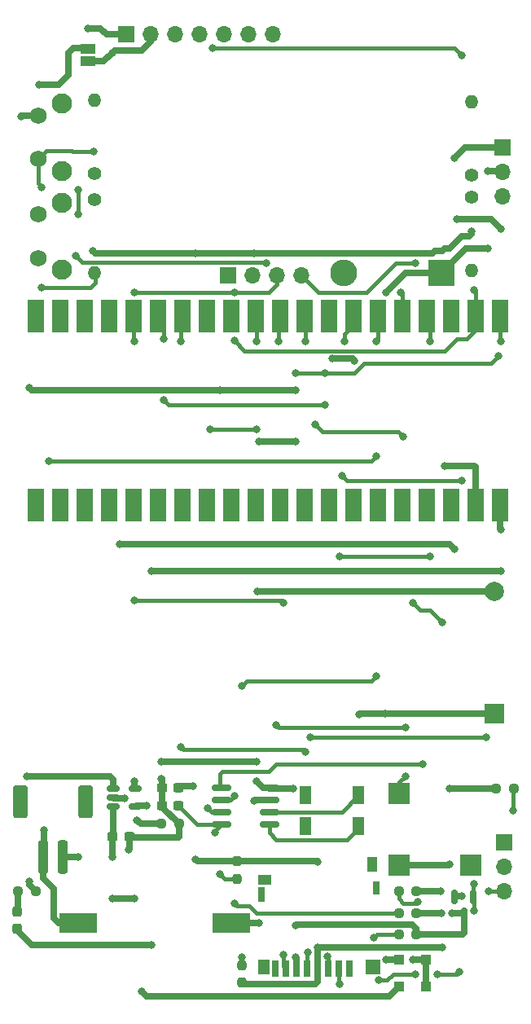
<source format=gbr>
%TF.GenerationSoftware,KiCad,Pcbnew,6.0.10-86aedd382b~118~ubuntu22.04.1*%
%TF.CreationDate,2023-01-20T17:58:32-05:00*%
%TF.ProjectId,picoco2,7069636f-636f-4322-9e6b-696361645f70,rev?*%
%TF.SameCoordinates,Original*%
%TF.FileFunction,Copper,L1,Top*%
%TF.FilePolarity,Positive*%
%FSLAX46Y46*%
G04 Gerber Fmt 4.6, Leading zero omitted, Abs format (unit mm)*
G04 Created by KiCad (PCBNEW 6.0.10-86aedd382b~118~ubuntu22.04.1) date 2023-01-20 17:58:32*
%MOMM*%
%LPD*%
G01*
G04 APERTURE LIST*
G04 Aperture macros list*
%AMRoundRect*
0 Rectangle with rounded corners*
0 $1 Rounding radius*
0 $2 $3 $4 $5 $6 $7 $8 $9 X,Y pos of 4 corners*
0 Add a 4 corners polygon primitive as box body*
4,1,4,$2,$3,$4,$5,$6,$7,$8,$9,$2,$3,0*
0 Add four circle primitives for the rounded corners*
1,1,$1+$1,$2,$3*
1,1,$1+$1,$4,$5*
1,1,$1+$1,$6,$7*
1,1,$1+$1,$8,$9*
0 Add four rect primitives between the rounded corners*
20,1,$1+$1,$2,$3,$4,$5,0*
20,1,$1+$1,$4,$5,$6,$7,0*
20,1,$1+$1,$6,$7,$8,$9,0*
20,1,$1+$1,$8,$9,$2,$3,0*%
G04 Aperture macros list end*
%TA.AperFunction,SMDPad,CuDef*%
%ADD10R,0.700000X1.750000*%
%TD*%
%TA.AperFunction,SMDPad,CuDef*%
%ADD11R,1.300000X1.500000*%
%TD*%
%TA.AperFunction,SMDPad,CuDef*%
%ADD12R,0.800000X1.500000*%
%TD*%
%TA.AperFunction,SMDPad,CuDef*%
%ADD13R,0.800000X1.400000*%
%TD*%
%TA.AperFunction,SMDPad,CuDef*%
%ADD14R,1.500000X1.500000*%
%TD*%
%TA.AperFunction,SMDPad,CuDef*%
%ADD15R,1.000000X1.550000*%
%TD*%
%TA.AperFunction,SMDPad,CuDef*%
%ADD16R,1.450000X1.000000*%
%TD*%
%TA.AperFunction,SMDPad,CuDef*%
%ADD17RoundRect,0.150000X0.825000X0.150000X-0.825000X0.150000X-0.825000X-0.150000X0.825000X-0.150000X0*%
%TD*%
%TA.AperFunction,SMDPad,CuDef*%
%ADD18RoundRect,0.237500X0.300000X0.237500X-0.300000X0.237500X-0.300000X-0.237500X0.300000X-0.237500X0*%
%TD*%
%TA.AperFunction,ComponentPad*%
%ADD19C,1.400000*%
%TD*%
%TA.AperFunction,ComponentPad*%
%ADD20O,1.400000X1.400000*%
%TD*%
%TA.AperFunction,ComponentPad*%
%ADD21R,1.700000X1.700000*%
%TD*%
%TA.AperFunction,ComponentPad*%
%ADD22O,1.700000X1.700000*%
%TD*%
%TA.AperFunction,ComponentPad*%
%ADD23R,2.000000X2.000000*%
%TD*%
%TA.AperFunction,ComponentPad*%
%ADD24C,2.000000*%
%TD*%
%TA.AperFunction,ComponentPad*%
%ADD25C,2.100000*%
%TD*%
%TA.AperFunction,ComponentPad*%
%ADD26C,1.750000*%
%TD*%
%TA.AperFunction,SMDPad,CuDef*%
%ADD27RoundRect,0.237500X-0.250000X-0.237500X0.250000X-0.237500X0.250000X0.237500X-0.250000X0.237500X0*%
%TD*%
%TA.AperFunction,SMDPad,CuDef*%
%ADD28RoundRect,0.150000X-0.150000X0.587500X-0.150000X-0.587500X0.150000X-0.587500X0.150000X0.587500X0*%
%TD*%
%TA.AperFunction,SMDPad,CuDef*%
%ADD29RoundRect,0.237500X0.237500X-0.250000X0.237500X0.250000X-0.237500X0.250000X-0.237500X-0.250000X0*%
%TD*%
%TA.AperFunction,SMDPad,CuDef*%
%ADD30RoundRect,0.150000X-0.512500X-0.150000X0.512500X-0.150000X0.512500X0.150000X-0.512500X0.150000X0*%
%TD*%
%TA.AperFunction,SMDPad,CuDef*%
%ADD31R,1.100000X1.100000*%
%TD*%
%TA.AperFunction,SMDPad,CuDef*%
%ADD32RoundRect,0.250000X0.250000X1.500000X-0.250000X1.500000X-0.250000X-1.500000X0.250000X-1.500000X0*%
%TD*%
%TA.AperFunction,SMDPad,CuDef*%
%ADD33RoundRect,0.250001X0.499999X1.449999X-0.499999X1.449999X-0.499999X-1.449999X0.499999X-1.449999X0*%
%TD*%
%TA.AperFunction,SMDPad,CuDef*%
%ADD34R,4.000000X2.000000*%
%TD*%
%TA.AperFunction,SMDPad,CuDef*%
%ADD35R,1.700000X3.500000*%
%TD*%
%TA.AperFunction,SMDPad,CuDef*%
%ADD36RoundRect,0.237500X0.250000X0.237500X-0.250000X0.237500X-0.250000X-0.237500X0.250000X-0.237500X0*%
%TD*%
%TA.AperFunction,SMDPad,CuDef*%
%ADD37RoundRect,0.237500X-0.300000X-0.237500X0.300000X-0.237500X0.300000X0.237500X-0.300000X0.237500X0*%
%TD*%
%TA.AperFunction,SMDPad,CuDef*%
%ADD38R,1.500000X1.000000*%
%TD*%
%TA.AperFunction,SMDPad,CuDef*%
%ADD39RoundRect,0.237500X-0.237500X0.287500X-0.237500X-0.287500X0.237500X-0.287500X0.237500X0.287500X0*%
%TD*%
%TA.AperFunction,SMDPad,CuDef*%
%ADD40R,2.195000X2.195000*%
%TD*%
%TA.AperFunction,SMDPad,CuDef*%
%ADD41R,1.300000X1.900000*%
%TD*%
%TA.AperFunction,ComponentPad*%
%ADD42R,2.800000X2.800000*%
%TD*%
%TA.AperFunction,ComponentPad*%
%ADD43O,2.800000X2.800000*%
%TD*%
%TA.AperFunction,ViaPad*%
%ADD44C,0.800000*%
%TD*%
%TA.AperFunction,Conductor*%
%ADD45C,0.400000*%
%TD*%
%TA.AperFunction,Conductor*%
%ADD46C,0.700000*%
%TD*%
G04 APERTURE END LIST*
D10*
%TO.P,J2,1,DAT2*%
%TO.N,unconnected-(J2-Pad1)*%
X35813600Y-98988000D03*
%TO.P,J2,2,DAT3/CD*%
%TO.N,SD_CS*%
X34713600Y-98988000D03*
%TO.P,J2,3,CMD*%
%TO.N,MOSI*%
X33613600Y-98988000D03*
%TO.P,J2,4,VDD*%
%TO.N,+3V3*%
X32513600Y-98988000D03*
%TO.P,J2,5,CLK*%
%TO.N,SCK*%
X31413600Y-98988000D03*
%TO.P,J2,6,VSS*%
%TO.N,GND*%
X30313600Y-98988000D03*
%TO.P,J2,7,DAT0*%
%TO.N,MISO*%
X29213600Y-98988000D03*
%TO.P,J2,8,DAT1*%
%TO.N,unconnected-(J2-Pad8)*%
X28113600Y-98988000D03*
D11*
%TO.P,J2,9,SHIELD*%
%TO.N,unconnected-(J2-Pad9)*%
X26913600Y-98863000D03*
D12*
%TO.P,J2,10*%
%TO.N,N/C*%
X26663600Y-91263000D03*
D13*
%TO.P,J2,11*%
X38613600Y-90613000D03*
D14*
%TO.P,J2,12*%
X38263600Y-98863000D03*
D15*
%TO.P,J2,A*%
X38213600Y-88188000D03*
D16*
%TO.P,J2,B*%
X26988600Y-89763000D03*
%TD*%
D17*
%TO.P,U4,1,OSCI*%
%TO.N,Net-(U4-Pad1)*%
X27468600Y-83997800D03*
%TO.P,U4,2,OSCO*%
%TO.N,Net-(U4-Pad2)*%
X27468600Y-82727800D03*
%TO.P,U4,3,VBAT*%
%TO.N,Net-(BT1-Pad1)*%
X27468600Y-81457800D03*
%TO.P,U4,4,VSS*%
%TO.N,GND*%
X27468600Y-80187800D03*
%TO.P,U4,5,SDA*%
%TO.N,SDA*%
X22518600Y-80187800D03*
%TO.P,U4,6,SCL*%
%TO.N,SCL*%
X22518600Y-81457800D03*
%TO.P,U4,7,~{INT1}/CLKOUT*%
%TO.N,RTC_INT*%
X22518600Y-82727800D03*
%TO.P,U4,8,VDD*%
%TO.N,Net-(C1-Pad1)*%
X22518600Y-83997800D03*
%TD*%
D18*
%TO.P,C2,1*%
%TO.N,+3V3*%
X18032900Y-80213200D03*
%TO.P,C2,2*%
%TO.N,GND*%
X16307900Y-80213200D03*
%TD*%
D19*
%TO.P,R13,1*%
%TO.N,+3V3*%
X48500000Y-18836800D03*
D20*
%TO.P,R13,2*%
%TO.N,SCL*%
X48500000Y-26456800D03*
%TD*%
D21*
%TO.P,J3,1,Pin_1*%
%TO.N,unconnected-(J3-Pad1)*%
X51917200Y-85852000D03*
D22*
%TO.P,J3,2,Pin_2*%
%TO.N,Net-(J3-Pad2)*%
X51917200Y-88392000D03*
%TO.P,J3,3,Pin_3*%
%TO.N,WRITE_EN*%
X51917200Y-90932000D03*
%TD*%
D18*
%TO.P,C1,1*%
%TO.N,Net-(C1-Pad1)*%
X18032900Y-82092800D03*
%TO.P,C1,2*%
%TO.N,GND*%
X16307900Y-82092800D03*
%TD*%
D23*
%TO.P,BT2,1,+*%
%TO.N,VBAT_AAA*%
X50901600Y-72491600D03*
D24*
%TO.P,BT2,2,-*%
%TO.N,GND*%
X50901600Y-59791600D03*
%TD*%
D25*
%TO.P,SW2,*%
%TO.N,*%
X5916500Y-19375000D03*
X5916500Y-26385000D03*
D26*
%TO.P,SW2,1,1*%
%TO.N,BUT_B*%
X3426500Y-25135000D03*
%TO.P,SW2,2,2*%
%TO.N,GND*%
X3426500Y-20635000D03*
%TD*%
D27*
%TO.P,R3,1*%
%TO.N,SCD30_EN*%
X40946700Y-95453200D03*
%TO.P,R3,2*%
%TO.N,GND*%
X42771700Y-95453200D03*
%TD*%
D21*
%TO.P,U3,1,GND*%
%TO.N,GND*%
X23190000Y-26924000D03*
D22*
%TO.P,U3,2,3V3*%
%TO.N,+3V3*%
X25730000Y-26924000D03*
%TO.P,U3,3,SCL*%
%TO.N,SCL*%
X28270000Y-26924000D03*
%TO.P,U3,4,SDA*%
%TO.N,SDA*%
X30810000Y-26924000D03*
%TD*%
D19*
%TO.P,R11,1*%
%TO.N,+3V3*%
X9271000Y-19050000D03*
D20*
%TO.P,R11,2*%
%TO.N,BUT_B*%
X9271000Y-26670000D03*
%TD*%
D27*
%TO.P,R8,1*%
%TO.N,Net-(R8-Pad1)*%
X16257900Y-83972400D03*
%TO.P,R8,2*%
%TO.N,GND*%
X18082900Y-83972400D03*
%TD*%
D28*
%TO.P,Q1,1,G*%
%TO.N,SCD30_EN*%
X48651200Y-91518500D03*
%TO.P,Q1,2,D*%
%TO.N,SCD30_GND*%
X46751200Y-91518500D03*
%TO.P,Q1,3,S*%
%TO.N,GND*%
X47701200Y-93393500D03*
%TD*%
D29*
%TO.P,R9,1*%
%TO.N,+3V3*%
X24638000Y-100480500D03*
%TO.P,R9,2*%
%TO.N,BUT_B*%
X24638000Y-98655500D03*
%TD*%
%TO.P,R6,1*%
%TO.N,Net-(C1-Pad1)*%
X24079200Y-89660100D03*
%TO.P,R6,2*%
%TO.N,+3V3*%
X24079200Y-87835100D03*
%TD*%
D30*
%TO.P,U5,1,STAT*%
%TO.N,Net-(R7-Pad2)*%
X11257700Y-80279200D03*
%TO.P,U5,2,VSS*%
%TO.N,GND*%
X11257700Y-81229200D03*
%TO.P,U5,3,VBAT*%
%TO.N,VBAT_LIPO*%
X11257700Y-82179200D03*
%TO.P,U5,4,VDD*%
%TO.N,VBUS*%
X13532700Y-82179200D03*
%TO.P,U5,5,PROG*%
%TO.N,Net-(R8-Pad1)*%
X13532700Y-80279200D03*
%TD*%
D31*
%TO.P,D1,1,K*%
%TO.N,Net-(D1-Pad1)*%
X43767200Y-98044000D03*
%TO.P,D1,2,A*%
%TO.N,VBAT_AAA*%
X40967200Y-98044000D03*
%TD*%
D27*
%TO.P,R7,1*%
%TO.N,Net-(D4-Pad1)*%
X1373500Y-90932000D03*
%TO.P,R7,2*%
%TO.N,Net-(R7-Pad2)*%
X3198500Y-90932000D03*
%TD*%
D19*
%TO.P,R10,1*%
%TO.N,+3V3*%
X9296400Y-16408400D03*
D20*
%TO.P,R10,2*%
%TO.N,BUT_A*%
X9296400Y-8788400D03*
%TD*%
D32*
%TO.P,BT3,1,+*%
%TO.N,VBAT_LIPO*%
X5978400Y-87381200D03*
%TO.P,BT3,2,-*%
%TO.N,GND*%
X3978400Y-87381200D03*
D33*
%TO.P,BT3,MP*%
%TO.N,N/C*%
X1628400Y-81631200D03*
X8328400Y-81631200D03*
%TD*%
D34*
%TO.P,BT1,1,+*%
%TO.N,Net-(BT1-Pad1)*%
X23489800Y-94234800D03*
%TO.P,BT1,2,-*%
%TO.N,GND*%
X7599800Y-94234800D03*
%TD*%
D35*
%TO.P,U1,1,GPIO0*%
%TO.N,SDA*%
X51460400Y-31205600D03*
%TO.P,U1,2,GPIO1*%
%TO.N,SCL*%
X48920400Y-31205600D03*
%TO.P,U1,3,GND*%
%TO.N,unconnected-(U1-Pad3)*%
X46380400Y-31205600D03*
%TO.P,U1,4,GPIO2*%
%TO.N,SD_CS*%
X43840400Y-31205600D03*
%TO.P,U1,5,GPIO3*%
%TO.N,BUT_A*%
X41300400Y-31205600D03*
%TO.P,U1,6,GPIO4*%
%TO.N,BUT_B*%
X38760400Y-31205600D03*
%TO.P,U1,7,GPIO5*%
%TO.N,SCD30_EN*%
X36220400Y-31205600D03*
%TO.P,U1,8,GND*%
%TO.N,unconnected-(U1-Pad8)*%
X33680400Y-31205600D03*
%TO.P,U1,9,GPIO6*%
%TO.N,WRITE_EN*%
X31140400Y-31205600D03*
%TO.P,U1,10,GPIO7*%
%TO.N,BUZZER*%
X28600400Y-31205600D03*
%TO.P,U1,11,GPIO8*%
%TO.N,RTC_INT*%
X26060400Y-31205600D03*
%TO.P,U1,12,GPIO9*%
%TO.N,unconnected-(U1-Pad12)*%
X23520400Y-31205600D03*
%TO.P,U1,13,GND*%
%TO.N,unconnected-(U1-Pad13)*%
X20980400Y-31205600D03*
%TO.P,U1,14,GPIO10*%
%TO.N,SCK*%
X18440400Y-31205600D03*
%TO.P,U1,15,GPIO11*%
%TO.N,MOSI*%
X15900400Y-31205600D03*
%TO.P,U1,16,GPIO12*%
%TO.N,MISO*%
X13360400Y-31205600D03*
%TO.P,U1,17,GPIO13*%
%TO.N,unconnected-(U1-Pad17)*%
X10820400Y-31205600D03*
%TO.P,U1,18,GND*%
%TO.N,unconnected-(U1-Pad18)*%
X8280400Y-31205600D03*
%TO.P,U1,19,GPIO14*%
%TO.N,unconnected-(U1-Pad19)*%
X5740400Y-31205600D03*
%TO.P,U1,20,GPIO15*%
%TO.N,unconnected-(U1-Pad20)*%
X3200400Y-31205600D03*
%TO.P,U1,21,GPIO16*%
%TO.N,unconnected-(U1-Pad21)*%
X3200400Y-50785600D03*
%TO.P,U1,22,GPIO17*%
%TO.N,unconnected-(U1-Pad22)*%
X5740400Y-50785600D03*
%TO.P,U1,23,GND*%
%TO.N,unconnected-(U1-Pad23)*%
X8280400Y-50785600D03*
%TO.P,U1,24,GPIO18*%
%TO.N,unconnected-(U1-Pad24)*%
X10820400Y-50785600D03*
%TO.P,U1,25,GPIO19*%
%TO.N,unconnected-(U1-Pad25)*%
X13360400Y-50785600D03*
%TO.P,U1,26,GPIO20*%
%TO.N,unconnected-(U1-Pad26)*%
X15900400Y-50785600D03*
%TO.P,U1,27,GPIO21*%
%TO.N,unconnected-(U1-Pad27)*%
X18440400Y-50785600D03*
%TO.P,U1,28,GND*%
%TO.N,unconnected-(U1-Pad28)*%
X20980400Y-50785600D03*
%TO.P,U1,29,GPIO22*%
%TO.N,unconnected-(U1-Pad29)*%
X23520400Y-50785600D03*
%TO.P,U1,30,RUN*%
%TO.N,unconnected-(U1-Pad30)*%
X26060400Y-50785600D03*
%TO.P,U1,31,GPIO26_ADC0*%
%TO.N,unconnected-(U1-Pad31)*%
X28600400Y-50785600D03*
%TO.P,U1,32,GPIO27_ADC1*%
%TO.N,unconnected-(U1-Pad32)*%
X31140400Y-50785600D03*
%TO.P,U1,33,AGND*%
%TO.N,unconnected-(U1-Pad33)*%
X33680400Y-50785600D03*
%TO.P,U1,34,GPIO28_ADC2*%
%TO.N,unconnected-(U1-Pad34)*%
X36220400Y-50785600D03*
%TO.P,U1,35,ADC_VREF*%
%TO.N,unconnected-(U1-Pad35)*%
X38760400Y-50785600D03*
%TO.P,U1,36,3V3*%
%TO.N,unconnected-(U1-Pad36)*%
X41300400Y-50785600D03*
%TO.P,U1,37,3V3_EN*%
%TO.N,unconnected-(U1-Pad37)*%
X43840400Y-50785600D03*
%TO.P,U1,38,GND*%
%TO.N,unconnected-(U1-Pad38)*%
X46380400Y-50785600D03*
%TO.P,U1,39,VSYS*%
%TO.N,VSYS*%
X48920400Y-50785600D03*
%TO.P,U1,40,VBUS*%
%TO.N,VBUS*%
X51460400Y-50785600D03*
%TD*%
D36*
%TO.P,R4,1*%
%TO.N,Net-(J3-Pad2)*%
X52880900Y-80264000D03*
%TO.P,R4,2*%
%TO.N,GND*%
X51055900Y-80264000D03*
%TD*%
D21*
%TO.P,J1,1,Pin_1*%
%TO.N,VSYS*%
X51700600Y-13664200D03*
D22*
%TO.P,J1,2,Pin_2*%
%TO.N,Net-(D1-Pad1)*%
X51700600Y-16204200D03*
%TO.P,J1,3,Pin_3*%
%TO.N,unconnected-(J1-Pad3)*%
X51700600Y-18744200D03*
%TD*%
D36*
%TO.P,R1,1*%
%TO.N,+3V3*%
X42771700Y-90982800D03*
%TO.P,R1,2*%
%TO.N,SDA*%
X40946700Y-90982800D03*
%TD*%
D37*
%TO.P,C3,1*%
%TO.N,VBAT_LIPO*%
X11177100Y-85293200D03*
%TO.P,C3,2*%
%TO.N,GND*%
X12902100Y-85293200D03*
%TD*%
D38*
%TO.P,JP1,1,A*%
%TO.N,GND*%
X8636000Y-3414000D03*
%TO.P,JP1,2,B*%
%TO.N,SCD30_GND*%
X8636000Y-4714000D03*
%TD*%
D36*
%TO.P,R2,1*%
%TO.N,+3V3*%
X42771700Y-93218000D03*
%TO.P,R2,2*%
%TO.N,SCL*%
X40946700Y-93218000D03*
%TD*%
D39*
%TO.P,D4,1,K*%
%TO.N,Net-(D4-Pad1)*%
X1270000Y-93105000D03*
%TO.P,D4,2,A*%
%TO.N,VBUS*%
X1270000Y-94855000D03*
%TD*%
D40*
%TO.P,BZ1,1,-*%
%TO.N,BUZZER*%
X41004000Y-80831200D03*
%TO.P,BZ1,2,+*%
%TO.N,GND*%
X41004000Y-88231200D03*
%TO.P,BZ1,3*%
%TO.N,N/C*%
X48404000Y-88231200D03*
%TD*%
D41*
%TO.P,Y1,1,1*%
%TO.N,Net-(U4-Pad2)*%
X36735200Y-81000800D03*
%TO.P,Y1,2,2*%
%TO.N,unconnected-(Y1-Pad2)*%
X31235200Y-81000800D03*
%TO.P,Y1,3,3*%
%TO.N,unconnected-(Y1-Pad3)*%
X31235200Y-84200800D03*
%TO.P,Y1,4,4*%
%TO.N,Net-(U4-Pad1)*%
X36735200Y-84200800D03*
%TD*%
D25*
%TO.P,SW1,*%
%TO.N,*%
X5944400Y-9124400D03*
X5944400Y-16134400D03*
D26*
%TO.P,SW1,1,1*%
%TO.N,BUT_A*%
X3454400Y-14884400D03*
%TO.P,SW1,2,2*%
%TO.N,GND*%
X3454400Y-10384400D03*
%TD*%
D19*
%TO.P,R12,1*%
%TO.N,+3V3*%
X48500000Y-16500000D03*
D20*
%TO.P,R12,2*%
%TO.N,SDA*%
X48500000Y-8880000D03*
%TD*%
D21*
%TO.P,U2,1,3v3*%
%TO.N,+3V3*%
X12623800Y-1930400D03*
D22*
%TO.P,U2,2,GND*%
%TO.N,SCD30_GND*%
X15163800Y-1930400D03*
%TO.P,U2,3,SCL*%
%TO.N,SCL*%
X17703800Y-1930400D03*
%TO.P,U2,4,SDA*%
%TO.N,SDA*%
X20243800Y-1930400D03*
%TO.P,U2,5,RDY*%
%TO.N,unconnected-(U2-Pad5)*%
X22783800Y-1930400D03*
%TO.P,U2,6,PWM*%
%TO.N,unconnected-(U2-Pad6)*%
X25323800Y-1930400D03*
%TO.P,U2,7,SEL*%
%TO.N,unconnected-(U2-Pad7)*%
X27863800Y-1930400D03*
%TD*%
D31*
%TO.P,D5,1,K*%
%TO.N,Net-(D1-Pad1)*%
X43767200Y-100838000D03*
%TO.P,D5,2,A*%
%TO.N,VBAT_LIPO*%
X40967200Y-100838000D03*
%TD*%
D42*
%TO.P,D2,1,K*%
%TO.N,Net-(D1-Pad1)*%
X45330000Y-26720800D03*
D43*
%TO.P,D2,2,A*%
%TO.N,VBAT_AAA*%
X35170000Y-26720800D03*
%TD*%
D44*
%TO.N,BUZZER*%
X41656000Y-78994000D03*
X28448000Y-33782000D03*
X41656000Y-73914000D03*
X28156500Y-73660000D03*
%TO.N,SD_CS*%
X44196000Y-33782000D03*
X44196000Y-56134000D03*
X34798000Y-56134000D03*
X34798000Y-100584000D03*
%TO.N,MOSI*%
X33274000Y-40386000D03*
X16510000Y-39878000D03*
X16510000Y-33528000D03*
X33528000Y-97723500D03*
%TO.N,+3V3*%
X45327225Y-93264258D03*
X25908000Y-24638000D03*
X32512000Y-96774000D03*
X45278500Y-90932000D03*
X19812000Y-87630000D03*
X9144000Y-24384000D03*
X45466000Y-96774000D03*
X19812000Y-24638000D03*
X19558000Y-80010000D03*
X8636000Y-1270000D03*
X32512000Y-87884000D03*
X48500000Y-22366000D03*
%TO.N,GND*%
X1651000Y-10414000D03*
X30226000Y-44196000D03*
X2540000Y-38608000D03*
X30226000Y-94488000D03*
X46482000Y-93218000D03*
X26162000Y-79502000D03*
X16256000Y-77470000D03*
X22352000Y-38862000D03*
X29972000Y-80264000D03*
X3556000Y-7112000D03*
X26263600Y-59791600D03*
X46228000Y-80264000D03*
X26416000Y-44196000D03*
X30226000Y-97790000D03*
X30226000Y-38862000D03*
X26162000Y-77470000D03*
X12827000Y-86614000D03*
X16256000Y-79248000D03*
X4064000Y-84582000D03*
X46228000Y-88138000D03*
X12446000Y-81280000D03*
%TO.N,SCK*%
X18288000Y-75946000D03*
X31242000Y-76454000D03*
X18288000Y-33782000D03*
X31496000Y-97282000D03*
%TO.N,MISO*%
X13462000Y-60706000D03*
X28956000Y-60960000D03*
X13462000Y-33782000D03*
X28956000Y-97536000D03*
%TO.N,Net-(J3-Pad2)*%
X52832000Y-82550000D03*
%TO.N,WRITE_EN*%
X50292000Y-90932000D03*
X31750000Y-74930000D03*
X31242000Y-33782000D03*
X50038000Y-74930000D03*
%TO.N,SCD30_EN*%
X48768000Y-92964000D03*
X47244000Y-99314000D03*
X35052000Y-47752000D03*
X42672000Y-99568000D03*
X38354000Y-95758000D03*
X44958000Y-99568000D03*
X35306000Y-33782000D03*
X48768000Y-90170000D03*
X38862000Y-100212502D03*
X47498000Y-48260000D03*
%TO.N,SCD30_GND*%
X11176000Y-3810000D03*
X47498000Y-91440000D03*
X46736000Y-55372000D03*
X11938000Y-54864000D03*
%TO.N,BUT_A*%
X7366000Y-24892000D03*
X41148000Y-28702000D03*
X9245600Y-14122400D03*
X7620000Y-18034000D03*
X3810000Y-17780000D03*
X7620000Y-20574000D03*
X27178000Y-25654000D03*
%TO.N,BUT_B*%
X4572000Y-46228000D03*
X24638000Y-97790000D03*
X3810000Y-28194000D03*
X24638000Y-69596000D03*
X38608000Y-33782000D03*
X38608000Y-68580000D03*
X38608000Y-45720000D03*
%TO.N,Net-(BT1-Pad1)*%
X26415200Y-94234800D03*
X25908000Y-81534000D03*
%TO.N,VSYS*%
X46990000Y-21082000D03*
X45720000Y-46736000D03*
X51562000Y-22098000D03*
X46736000Y-14732000D03*
%TO.N,SDA*%
X47498000Y-4064000D03*
X43434000Y-77724000D03*
X33274000Y-37084000D03*
X51562000Y-33782000D03*
X21590000Y-3302000D03*
X45466000Y-62992000D03*
X41402000Y-43688000D03*
X51308000Y-35306000D03*
X42672000Y-25654000D03*
X42418000Y-60960000D03*
X42926000Y-92057300D03*
X30226000Y-37084000D03*
X32258000Y-42418000D03*
%TO.N,SCL*%
X23876000Y-28702000D03*
X23838500Y-92202000D03*
X48768000Y-28448000D03*
X23838500Y-81026000D03*
X23838500Y-33744500D03*
X13462000Y-28702000D03*
%TO.N,RTC_INT*%
X26162000Y-33782000D03*
X21082000Y-82296000D03*
X21336000Y-42926000D03*
X26162000Y-42926000D03*
%TO.N,VBAT_AAA*%
X39624000Y-98044000D03*
X36830000Y-72593200D03*
X36322000Y-35814000D03*
X34036000Y-35597500D03*
X39522400Y-72491600D03*
%TO.N,VBAT_LIPO*%
X14224000Y-101346000D03*
X11176000Y-87376000D03*
X11176000Y-91694000D03*
X13462000Y-91694000D03*
X7620000Y-87376000D03*
%TO.N,Net-(C1-Pad1)*%
X21844000Y-84836000D03*
X22314500Y-89154000D03*
%TO.N,VBUS*%
X15240000Y-96520000D03*
X15240000Y-57658000D03*
X51562000Y-53340000D03*
X51562000Y-57658000D03*
X14732000Y-82042000D03*
%TO.N,Net-(R7-Pad2)*%
X2286000Y-78994000D03*
X2540000Y-89916000D03*
%TO.N,Net-(R8-Pad1)*%
X13462000Y-79502000D03*
X13716000Y-83566000D03*
%TO.N,Net-(D1-Pad1)*%
X50165000Y-16129000D03*
X39624000Y-28702000D03*
X50165000Y-24130000D03*
X42418000Y-98044000D03*
%TD*%
D45*
%TO.N,BUZZER*%
X28410500Y-73914000D02*
X28156500Y-73660000D01*
X41004000Y-80831200D02*
X41004000Y-79646000D01*
X41004000Y-79646000D02*
X41656000Y-78994000D01*
X28448000Y-33782000D02*
X28448000Y-32258000D01*
X41656000Y-73914000D02*
X28410500Y-73914000D01*
X28448000Y-32258000D02*
X28600400Y-32105600D01*
%TO.N,SD_CS*%
X44196000Y-32461200D02*
X43840400Y-32105600D01*
X34713600Y-100499600D02*
X34798000Y-100584000D01*
X34798000Y-56134000D02*
X44196000Y-56134000D01*
X34713600Y-98988000D02*
X34713600Y-100499600D01*
X44196000Y-33782000D02*
X44196000Y-32461200D01*
%TO.N,MOSI*%
X33274000Y-40386000D02*
X17018000Y-40386000D01*
X17018000Y-40386000D02*
X16510000Y-39878000D01*
X16510000Y-32715200D02*
X15900400Y-32105600D01*
X33613600Y-98988000D02*
X33613600Y-97809100D01*
X16510000Y-33528000D02*
X16510000Y-32715200D01*
X33613600Y-97809100D02*
X33528000Y-97723500D01*
D46*
%TO.N,+3V3*%
X9398000Y-24638000D02*
X9144000Y-24384000D01*
X42771700Y-93218000D02*
X45280967Y-93218000D01*
X32258000Y-100584000D02*
X24741500Y-100584000D01*
X20017100Y-87835100D02*
X19812000Y-87630000D01*
X44704000Y-24384000D02*
X45466000Y-24384000D01*
X45280967Y-93218000D02*
X45327225Y-93264258D01*
X19558000Y-80010000D02*
X18236100Y-80010000D01*
X24741500Y-100584000D02*
X24638000Y-100480500D01*
X47498000Y-22860000D02*
X48260000Y-22860000D01*
X18236100Y-80010000D02*
X18032900Y-80213200D01*
X48500000Y-22620000D02*
X48500000Y-22366000D01*
X44450000Y-24638000D02*
X44704000Y-24384000D01*
X48260000Y-22860000D02*
X48500000Y-22620000D01*
X45466000Y-96774000D02*
X32512000Y-96774000D01*
X32512000Y-97536000D02*
X32512000Y-96774000D01*
X32513600Y-97537600D02*
X32512000Y-97536000D01*
X24079200Y-87835100D02*
X20017100Y-87835100D01*
X24079200Y-87835100D02*
X32463100Y-87835100D01*
X45278500Y-90932000D02*
X42822500Y-90932000D01*
X32513600Y-98988000D02*
X32513600Y-97537600D01*
X32513600Y-98988000D02*
X32513600Y-100328400D01*
X12623800Y-1930400D02*
X10566400Y-1930400D01*
X32513600Y-100328400D02*
X32258000Y-100584000D01*
X42822500Y-90932000D02*
X42771700Y-90982800D01*
X45720000Y-24130000D02*
X46228000Y-24130000D01*
X32463100Y-87835100D02*
X32512000Y-87884000D01*
X45466000Y-24384000D02*
X45720000Y-24130000D01*
X9906000Y-1270000D02*
X8636000Y-1270000D01*
X46228000Y-24130000D02*
X47498000Y-22860000D01*
X19812000Y-24638000D02*
X9398000Y-24638000D01*
X9448800Y-16256000D02*
X9296400Y-16408400D01*
X19812000Y-24638000D02*
X44450000Y-24638000D01*
X10566400Y-1930400D02*
X9906000Y-1270000D01*
%TO.N,GND*%
X50901600Y-59791600D02*
X26263600Y-59791600D01*
X4064000Y-87295600D02*
X3978400Y-87381200D01*
X11308500Y-81280000D02*
X11257700Y-81229200D01*
X6604000Y-6096000D02*
X6604000Y-3810000D01*
X26847800Y-80187800D02*
X26162000Y-79502000D01*
X46228000Y-80264000D02*
X51055900Y-80264000D01*
X3978400Y-89576400D02*
X5080000Y-90678000D01*
X47525700Y-93218000D02*
X47701200Y-93393500D01*
X18034000Y-85344000D02*
X12952900Y-85344000D01*
X22352000Y-38862000D02*
X2794000Y-38862000D01*
X12902100Y-86538900D02*
X12827000Y-86614000D01*
X42358200Y-94428200D02*
X30285800Y-94428200D01*
X5080000Y-93726000D02*
X5588800Y-94234800D01*
X6604000Y-3810000D02*
X7112000Y-3302000D01*
X26416000Y-44196000D02*
X30226000Y-44196000D01*
X27468600Y-80187800D02*
X26847800Y-80187800D01*
X18082900Y-85295100D02*
X18034000Y-85344000D01*
X41004000Y-88231200D02*
X46134800Y-88231200D01*
X29972000Y-80264000D02*
X27544800Y-80264000D01*
X12446000Y-81280000D02*
X11308500Y-81280000D01*
X3454400Y-10384400D02*
X1680600Y-10384400D01*
X7112000Y-3302000D02*
X8524000Y-3302000D01*
X30313600Y-98988000D02*
X30313600Y-97877600D01*
X12952900Y-85344000D02*
X12902100Y-85293200D01*
X47752000Y-95250000D02*
X47752000Y-93444300D01*
X5588800Y-94234800D02*
X7599800Y-94234800D01*
X16256000Y-77470000D02*
X26162000Y-77470000D01*
X42771700Y-95453200D02*
X47548800Y-95453200D01*
X27544800Y-80264000D02*
X27468600Y-80187800D01*
X42771700Y-95453200D02*
X42771700Y-94841700D01*
X2794000Y-38862000D02*
X2540000Y-38608000D01*
X30285800Y-94428200D02*
X30226000Y-94488000D01*
X42771700Y-94841700D02*
X42358200Y-94428200D01*
X16307900Y-82092800D02*
X16307900Y-82197400D01*
X16307900Y-82197400D02*
X18082900Y-83972400D01*
X12902100Y-85293200D02*
X12902100Y-86538900D01*
X4064000Y-84582000D02*
X4064000Y-87295600D01*
X3556000Y-7112000D02*
X5588000Y-7112000D01*
X46134800Y-88231200D02*
X46228000Y-88138000D01*
X5588000Y-7112000D02*
X6604000Y-6096000D01*
X30226000Y-38862000D02*
X22352000Y-38862000D01*
X46482000Y-93218000D02*
X47525700Y-93218000D01*
X3978400Y-87381200D02*
X3978400Y-89576400D01*
X1680600Y-10384400D02*
X1651000Y-10414000D01*
X47752000Y-93444300D02*
X47701200Y-93393500D01*
X3360500Y-20701000D02*
X3426500Y-20635000D01*
X5080000Y-90678000D02*
X5080000Y-93726000D01*
X47548800Y-95453200D02*
X47752000Y-95250000D01*
X16307900Y-80213200D02*
X16307900Y-82092800D01*
X16307900Y-80213200D02*
X16307900Y-79299900D01*
X18082900Y-83972400D02*
X18082900Y-85295100D01*
X8524000Y-3302000D02*
X8636000Y-3414000D01*
X16307900Y-79299900D02*
X16256000Y-79248000D01*
X30313600Y-97877600D02*
X30226000Y-97790000D01*
D45*
%TO.N,SCK*%
X31242000Y-76454000D02*
X30988000Y-76200000D01*
X18288000Y-32258000D02*
X18440400Y-32105600D01*
X30988000Y-76200000D02*
X21082000Y-76200000D01*
X31413600Y-97364400D02*
X31496000Y-97282000D01*
X18288000Y-33782000D02*
X18288000Y-32258000D01*
X31413600Y-98988000D02*
X31413600Y-97364400D01*
X21082000Y-76200000D02*
X18542000Y-76200000D01*
X18542000Y-76200000D02*
X18288000Y-75946000D01*
%TO.N,MISO*%
X13462000Y-60706000D02*
X28702000Y-60706000D01*
X13360400Y-32105600D02*
X13360400Y-33680400D01*
X13360400Y-33680400D02*
X13462000Y-33782000D01*
X28956000Y-97536000D02*
X28956000Y-98730400D01*
X28956000Y-98730400D02*
X29213600Y-98988000D01*
X28702000Y-60706000D02*
X28956000Y-60960000D01*
%TO.N,Net-(J3-Pad2)*%
X52832000Y-82550000D02*
X52832000Y-80312900D01*
X52832000Y-80312900D02*
X52880900Y-80264000D01*
%TO.N,WRITE_EN*%
X31242000Y-32207200D02*
X31140400Y-32105600D01*
X50038000Y-74930000D02*
X34036000Y-74930000D01*
X51917200Y-90932000D02*
X50292000Y-90932000D01*
X31750000Y-74930000D02*
X34036000Y-74930000D01*
X31242000Y-33782000D02*
X31242000Y-32207200D01*
%TO.N,SCD30_EN*%
X35560000Y-48260000D02*
X35052000Y-47752000D01*
X35306000Y-33782000D02*
X35306000Y-33020000D01*
X39692698Y-100212502D02*
X40337200Y-99568000D01*
X40946700Y-95453200D02*
X38658800Y-95453200D01*
X48768000Y-91635300D02*
X48651200Y-91518500D01*
X40337200Y-99568000D02*
X41656000Y-99568000D01*
X38658800Y-95453200D02*
X38354000Y-95758000D01*
X41656000Y-99568000D02*
X42672000Y-99568000D01*
X47498000Y-48260000D02*
X35560000Y-48260000D01*
X35306000Y-33020000D02*
X36220400Y-32105600D01*
X48651200Y-90286800D02*
X48768000Y-90170000D01*
X48651200Y-91518500D02*
X48651200Y-90286800D01*
X48768000Y-92964000D02*
X48768000Y-91635300D01*
X38862000Y-100212502D02*
X39692698Y-100212502D01*
X44958000Y-99568000D02*
X46990000Y-99568000D01*
X46990000Y-99568000D02*
X47244000Y-99314000D01*
D46*
%TO.N,SCD30_GND*%
X46829700Y-91440000D02*
X46751200Y-91518500D01*
X46228000Y-54864000D02*
X46736000Y-55372000D01*
X8778000Y-4572000D02*
X8636000Y-4714000D01*
X10272000Y-4714000D02*
X8636000Y-4714000D01*
X11176000Y-3810000D02*
X10272000Y-4714000D01*
X15163800Y-2616200D02*
X14224000Y-3556000D01*
X47498000Y-91440000D02*
X46829700Y-91440000D01*
X14224000Y-3556000D02*
X11430000Y-3556000D01*
X11938000Y-54864000D02*
X15240000Y-54864000D01*
X15163800Y-1930400D02*
X15163800Y-2616200D01*
X15240000Y-54864000D02*
X46228000Y-54864000D01*
X11430000Y-3556000D02*
X11176000Y-3810000D01*
D45*
%TO.N,BUT_A*%
X41300400Y-32105600D02*
X41300400Y-28854400D01*
X3454400Y-17424400D02*
X3810000Y-17780000D01*
X6897401Y-14009401D02*
X7010400Y-14122400D01*
X7010400Y-14122400D02*
X9245600Y-14122400D01*
X3454400Y-14884400D02*
X3454400Y-17424400D01*
X4329399Y-14009401D02*
X6897401Y-14009401D01*
X7620000Y-18034000D02*
X7620000Y-20574000D01*
X41300400Y-28854400D02*
X41148000Y-28702000D01*
X9245600Y-14122400D02*
X9296400Y-14122400D01*
X27094000Y-25570000D02*
X8044000Y-25570000D01*
X3454400Y-14884400D02*
X4329399Y-14009401D01*
X27178000Y-25654000D02*
X27094000Y-25570000D01*
X8044000Y-25570000D02*
X7366000Y-24892000D01*
%TO.N,BUT_B*%
X9398000Y-26797000D02*
X9271000Y-26670000D01*
X24638000Y-97790000D02*
X24638000Y-98655500D01*
X37846000Y-69088000D02*
X25146000Y-69088000D01*
X38100000Y-46228000D02*
X38608000Y-45720000D01*
X3810000Y-28194000D02*
X8890000Y-28194000D01*
X4572000Y-46228000D02*
X38100000Y-46228000D01*
X25146000Y-69088000D02*
X24638000Y-69596000D01*
X38760400Y-33629600D02*
X38608000Y-33782000D01*
X38608000Y-68580000D02*
X38100000Y-69088000D01*
X8890000Y-28194000D02*
X9398000Y-27686000D01*
X38100000Y-69088000D02*
X37846000Y-69088000D01*
X38760400Y-32105600D02*
X38760400Y-33629600D01*
X9398000Y-27686000D02*
X9398000Y-26797000D01*
%TO.N,Net-(U4-Pad1)*%
X27468600Y-84872600D02*
X28194000Y-85598000D01*
X35560000Y-85598000D02*
X36735200Y-84422800D01*
X36735200Y-84422800D02*
X36735200Y-84200800D01*
X28194000Y-85598000D02*
X35560000Y-85598000D01*
X27468600Y-83997800D02*
X27468600Y-84872600D01*
%TO.N,Net-(U4-Pad2)*%
X27468600Y-82727800D02*
X35008200Y-82727800D01*
X35008200Y-82727800D02*
X36735200Y-81000800D01*
D46*
%TO.N,Net-(BT1-Pad1)*%
X25984200Y-81457800D02*
X25908000Y-81534000D01*
X27468600Y-81457800D02*
X25984200Y-81457800D01*
X23489800Y-94234800D02*
X26415200Y-94234800D01*
%TO.N,VSYS*%
X45720000Y-46736000D02*
X48768000Y-46736000D01*
X48895000Y-49860200D02*
X48920400Y-49885600D01*
X47803800Y-13664200D02*
X46736000Y-14732000D01*
X46990000Y-21082000D02*
X50546000Y-21082000D01*
X48920400Y-46888400D02*
X48920400Y-49885600D01*
X51700600Y-13664200D02*
X47803800Y-13664200D01*
X48768000Y-46736000D02*
X48920400Y-46888400D01*
X50546000Y-21082000D02*
X51562000Y-22098000D01*
D45*
%TO.N,SDA*%
X22352000Y-78740000D02*
X22352000Y-80021200D01*
X43942000Y-61722000D02*
X43180000Y-61722000D01*
X51308000Y-35306000D02*
X50546000Y-36068000D01*
X42672000Y-25654000D02*
X40640000Y-25654000D01*
X43180000Y-61722000D02*
X42418000Y-60960000D01*
X22352000Y-80021200D02*
X22518600Y-80187800D01*
X33020000Y-43180000D02*
X32258000Y-42418000D01*
X46736000Y-3302000D02*
X47498000Y-4064000D01*
X32588000Y-28702000D02*
X30810000Y-26924000D01*
X33274000Y-37084000D02*
X30226000Y-37084000D01*
X42926000Y-92057300D02*
X42781300Y-92202000D01*
X51460400Y-32105600D02*
X51460400Y-33680400D01*
X50546000Y-36068000D02*
X37338000Y-36068000D01*
X22606000Y-78486000D02*
X22352000Y-78740000D01*
X51460400Y-33680400D02*
X51562000Y-33782000D01*
X36322000Y-37084000D02*
X33274000Y-37084000D01*
X28194000Y-77724000D02*
X27432000Y-78486000D01*
X37592000Y-28702000D02*
X32588000Y-28702000D01*
X40640000Y-25654000D02*
X37592000Y-28702000D01*
X40946700Y-91746700D02*
X40946700Y-90982800D01*
X37338000Y-36068000D02*
X36322000Y-37084000D01*
X41402000Y-92202000D02*
X40946700Y-91746700D01*
X40894000Y-43180000D02*
X38100000Y-43180000D01*
X21590000Y-3302000D02*
X46736000Y-3302000D01*
X38100000Y-43180000D02*
X33020000Y-43180000D01*
X45466000Y-62992000D02*
X44196000Y-61722000D01*
X44196000Y-61722000D02*
X43942000Y-61722000D01*
X42781300Y-92202000D02*
X41402000Y-92202000D01*
X43434000Y-77724000D02*
X28194000Y-77724000D01*
X27432000Y-78486000D02*
X22606000Y-78486000D01*
X41402000Y-43688000D02*
X40894000Y-43180000D01*
X48490000Y-8890000D02*
X48500000Y-8880000D01*
%TO.N,SCL*%
X49022000Y-32207200D02*
X48920400Y-32105600D01*
X13462000Y-28702000D02*
X23876000Y-28702000D01*
X40946700Y-93218000D02*
X26162000Y-93218000D01*
X24892000Y-34798000D02*
X45720000Y-34798000D01*
X27432000Y-28702000D02*
X28270000Y-27864000D01*
X48920400Y-32613600D02*
X48920400Y-32105600D01*
X28270000Y-27864000D02*
X28270000Y-26924000D01*
X26162000Y-93218000D02*
X25400000Y-92456000D01*
X48920400Y-32105600D02*
X48920400Y-28600400D01*
X22518600Y-81457800D02*
X23406700Y-81457800D01*
X45720000Y-34798000D02*
X46990000Y-33528000D01*
X24092500Y-92456000D02*
X23838500Y-92202000D01*
X23406700Y-81457800D02*
X23838500Y-81026000D01*
X25400000Y-92456000D02*
X24092500Y-92456000D01*
X23838500Y-33744500D02*
X24892000Y-34798000D01*
X27127200Y-28702000D02*
X27432000Y-28702000D01*
X46990000Y-33528000D02*
X48006000Y-33528000D01*
X48920400Y-28600400D02*
X48768000Y-28448000D01*
X23876000Y-28702000D02*
X27127200Y-28702000D01*
X48006000Y-33528000D02*
X48920400Y-32613600D01*
%TO.N,RTC_INT*%
X22518600Y-82727800D02*
X21513800Y-82727800D01*
X21513800Y-82727800D02*
X21082000Y-82296000D01*
X26162000Y-33782000D02*
X26162000Y-32207200D01*
X21336000Y-42926000D02*
X26162000Y-42926000D01*
X26162000Y-32207200D02*
X26060400Y-32105600D01*
D46*
%TO.N,VBAT_AAA*%
X36931600Y-72491600D02*
X39522400Y-72491600D01*
X36830000Y-72593200D02*
X36931600Y-72491600D01*
X34036000Y-35597500D02*
X36105500Y-35597500D01*
X39522400Y-72491600D02*
X50901600Y-72491600D01*
X40967200Y-98044000D02*
X39624000Y-98044000D01*
X36105500Y-35597500D02*
X36322000Y-35814000D01*
%TO.N,VBAT_LIPO*%
X7620000Y-87376000D02*
X5983600Y-87376000D01*
X11177100Y-85293200D02*
X11177100Y-87374900D01*
X14224000Y-101346000D02*
X14751600Y-101873600D01*
X39931600Y-101873600D02*
X40967200Y-100838000D01*
X5983600Y-87376000D02*
X5978400Y-87381200D01*
X11177100Y-87374900D02*
X11176000Y-87376000D01*
X11176000Y-91694000D02*
X13462000Y-91694000D01*
X14751600Y-101873600D02*
X39931600Y-101873600D01*
X11257700Y-85212600D02*
X11177100Y-85293200D01*
X11257700Y-82179200D02*
X11257700Y-85212600D01*
D45*
%TO.N,Net-(C1-Pad1)*%
X24079200Y-89660100D02*
X22820600Y-89660100D01*
X21844000Y-84836000D02*
X21844000Y-84672400D01*
X22820600Y-89660100D02*
X22314500Y-89154000D01*
X19937900Y-83997800D02*
X18032900Y-82092800D01*
X21844000Y-84672400D02*
X22518600Y-83997800D01*
X22518600Y-83997800D02*
X19937900Y-83997800D01*
D46*
%TO.N,Net-(D4-Pad1)*%
X1373500Y-93001500D02*
X1270000Y-93105000D01*
X1373500Y-90932000D02*
X1373500Y-93001500D01*
%TO.N,VBUS*%
X1270000Y-94855000D02*
X1270000Y-94996000D01*
X51460400Y-49885600D02*
X51460400Y-53238400D01*
X51460400Y-53238400D02*
X51562000Y-53340000D01*
X13669900Y-82042000D02*
X13532700Y-82179200D01*
X1270000Y-94996000D02*
X2794000Y-96520000D01*
X51562000Y-57658000D02*
X15240000Y-57658000D01*
X14732000Y-82042000D02*
X13669900Y-82042000D01*
X2794000Y-96520000D02*
X15240000Y-96520000D01*
%TO.N,Net-(R7-Pad2)*%
X2540000Y-89916000D02*
X2540000Y-90273500D01*
X10922000Y-78994000D02*
X5588000Y-78994000D01*
X11176000Y-79248000D02*
X10922000Y-78994000D01*
X11257700Y-79329700D02*
X11176000Y-79248000D01*
X2540000Y-90273500D02*
X3198500Y-90932000D01*
X11257700Y-80279200D02*
X11257700Y-79329700D01*
X5588000Y-78994000D02*
X2286000Y-78994000D01*
%TO.N,Net-(R8-Pad1)*%
X16257900Y-83972400D02*
X14122400Y-83972400D01*
X14122400Y-83972400D02*
X13716000Y-83566000D01*
X13462000Y-80208500D02*
X13532700Y-80279200D01*
X13462000Y-79502000D02*
X13462000Y-80208500D01*
%TO.N,Net-(D1-Pad1)*%
X39624000Y-28702000D02*
X41605200Y-26720800D01*
X50165000Y-16129000D02*
X51625400Y-16129000D01*
X43767200Y-100838000D02*
X43767200Y-98044000D01*
X50165000Y-24130000D02*
X47920800Y-24130000D01*
X45279200Y-26670000D02*
X45330000Y-26720800D01*
X43767200Y-98044000D02*
X42418000Y-98044000D01*
X41605200Y-26720800D02*
X45330000Y-26720800D01*
X47920800Y-24130000D02*
X45330000Y-26720800D01*
X51625400Y-16129000D02*
X51700600Y-16204200D01*
%TD*%
M02*

</source>
